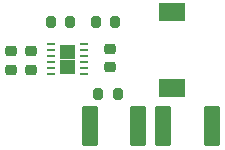
<source format=gbr>
%TF.GenerationSoftware,KiCad,Pcbnew,9.0.2*%
%TF.CreationDate,2025-09-11T23:54:02+05:30*%
%TF.ProjectId,DC_BUCK_CONVERTER,44435f42-5543-44b5-9f43-4f4e56455254,rev?*%
%TF.SameCoordinates,Original*%
%TF.FileFunction,Paste,Top*%
%TF.FilePolarity,Positive*%
%FSLAX46Y46*%
G04 Gerber Fmt 4.6, Leading zero omitted, Abs format (unit mm)*
G04 Created by KiCad (PCBNEW 9.0.2) date 2025-09-11 23:54:02*
%MOMM*%
%LPD*%
G01*
G04 APERTURE LIST*
G04 Aperture macros list*
%AMRoundRect*
0 Rectangle with rounded corners*
0 $1 Rounding radius*
0 $2 $3 $4 $5 $6 $7 $8 $9 X,Y pos of 4 corners*
0 Add a 4 corners polygon primitive as box body*
4,1,4,$2,$3,$4,$5,$6,$7,$8,$9,$2,$3,0*
0 Add four circle primitives for the rounded corners*
1,1,$1+$1,$2,$3*
1,1,$1+$1,$4,$5*
1,1,$1+$1,$6,$7*
1,1,$1+$1,$8,$9*
0 Add four rect primitives between the rounded corners*
20,1,$1+$1,$2,$3,$4,$5,0*
20,1,$1+$1,$4,$5,$6,$7,0*
20,1,$1+$1,$6,$7,$8,$9,0*
20,1,$1+$1,$8,$9,$2,$3,0*%
G04 Aperture macros list end*
%ADD10C,0.010000*%
%ADD11RoundRect,0.200000X-0.200000X-0.275000X0.200000X-0.275000X0.200000X0.275000X-0.200000X0.275000X0*%
%ADD12R,2.200000X1.500000*%
%ADD13RoundRect,0.249999X0.450001X1.450001X-0.450001X1.450001X-0.450001X-1.450001X0.450001X-1.450001X0*%
%ADD14RoundRect,0.050000X0.260000X0.075000X-0.260000X0.075000X-0.260000X-0.075000X0.260000X-0.075000X0*%
%ADD15RoundRect,0.225000X-0.250000X0.225000X-0.250000X-0.225000X0.250000X-0.225000X0.250000X0.225000X0*%
%ADD16RoundRect,0.249999X-0.450001X-1.450001X0.450001X-1.450001X0.450001X1.450001X-0.450001X1.450001X0*%
G04 APERTURE END LIST*
D10*
%TO.C,U1*%
X157763000Y-82151000D02*
X157765000Y-82151000D01*
X157768000Y-82152000D01*
X157770000Y-82152000D01*
X157773000Y-82153000D01*
X157775000Y-82154000D01*
X157778000Y-82155000D01*
X157780000Y-82157000D01*
X157782000Y-82158000D01*
X157784000Y-82160000D01*
X157786000Y-82161000D01*
X157788000Y-82163000D01*
X157790000Y-82165000D01*
X157792000Y-82167000D01*
X157794000Y-82169000D01*
X157795000Y-82171000D01*
X157797000Y-82173000D01*
X157798000Y-82175000D01*
X157800000Y-82177000D01*
X157801000Y-82180000D01*
X157802000Y-82182000D01*
X157803000Y-82185000D01*
X157803000Y-82187000D01*
X157804000Y-82190000D01*
X157804000Y-82192000D01*
X157805000Y-82195000D01*
X157805000Y-82197000D01*
X157805000Y-82200000D01*
X157805000Y-83200000D01*
X157805000Y-83203000D01*
X157805000Y-83205000D01*
X157804000Y-83208000D01*
X157804000Y-83210000D01*
X157803000Y-83213000D01*
X157803000Y-83215000D01*
X157802000Y-83218000D01*
X157801000Y-83220000D01*
X157800000Y-83223000D01*
X157798000Y-83225000D01*
X157797000Y-83227000D01*
X157795000Y-83229000D01*
X157794000Y-83231000D01*
X157792000Y-83233000D01*
X157790000Y-83235000D01*
X157788000Y-83237000D01*
X157786000Y-83239000D01*
X157784000Y-83240000D01*
X157782000Y-83242000D01*
X157780000Y-83243000D01*
X157778000Y-83245000D01*
X157775000Y-83246000D01*
X157773000Y-83247000D01*
X157770000Y-83248000D01*
X157768000Y-83248000D01*
X157765000Y-83249000D01*
X157763000Y-83249000D01*
X157760000Y-83250000D01*
X157758000Y-83250000D01*
X157755000Y-83250000D01*
X156645000Y-83250000D01*
X156642000Y-83250000D01*
X156640000Y-83250000D01*
X156637000Y-83249000D01*
X156635000Y-83249000D01*
X156632000Y-83248000D01*
X156630000Y-83248000D01*
X156627000Y-83247000D01*
X156625000Y-83246000D01*
X156622000Y-83245000D01*
X156620000Y-83243000D01*
X156618000Y-83242000D01*
X156616000Y-83240000D01*
X156614000Y-83239000D01*
X156612000Y-83237000D01*
X156610000Y-83235000D01*
X156608000Y-83233000D01*
X156606000Y-83231000D01*
X156605000Y-83229000D01*
X156603000Y-83227000D01*
X156602000Y-83225000D01*
X156600000Y-83223000D01*
X156599000Y-83220000D01*
X156598000Y-83218000D01*
X156597000Y-83215000D01*
X156597000Y-83213000D01*
X156596000Y-83210000D01*
X156596000Y-83208000D01*
X156595000Y-83205000D01*
X156595000Y-83203000D01*
X156595000Y-83200000D01*
X156595000Y-82200000D01*
X156595000Y-82197000D01*
X156595000Y-82195000D01*
X156596000Y-82192000D01*
X156596000Y-82190000D01*
X156597000Y-82187000D01*
X156597000Y-82185000D01*
X156598000Y-82182000D01*
X156599000Y-82180000D01*
X156600000Y-82177000D01*
X156602000Y-82175000D01*
X156603000Y-82173000D01*
X156605000Y-82171000D01*
X156606000Y-82169000D01*
X156608000Y-82167000D01*
X156610000Y-82165000D01*
X156612000Y-82163000D01*
X156614000Y-82161000D01*
X156616000Y-82160000D01*
X156618000Y-82158000D01*
X156620000Y-82157000D01*
X156622000Y-82155000D01*
X156625000Y-82154000D01*
X156627000Y-82153000D01*
X156630000Y-82152000D01*
X156632000Y-82152000D01*
X156635000Y-82151000D01*
X156637000Y-82151000D01*
X156640000Y-82150000D01*
X156642000Y-82150000D01*
X156645000Y-82150000D01*
X157755000Y-82150000D01*
X157758000Y-82150000D01*
X157760000Y-82150000D01*
X157763000Y-82151000D01*
G36*
X157763000Y-82151000D02*
G01*
X157765000Y-82151000D01*
X157768000Y-82152000D01*
X157770000Y-82152000D01*
X157773000Y-82153000D01*
X157775000Y-82154000D01*
X157778000Y-82155000D01*
X157780000Y-82157000D01*
X157782000Y-82158000D01*
X157784000Y-82160000D01*
X157786000Y-82161000D01*
X157788000Y-82163000D01*
X157790000Y-82165000D01*
X157792000Y-82167000D01*
X157794000Y-82169000D01*
X157795000Y-82171000D01*
X157797000Y-82173000D01*
X157798000Y-82175000D01*
X157800000Y-82177000D01*
X157801000Y-82180000D01*
X157802000Y-82182000D01*
X157803000Y-82185000D01*
X157803000Y-82187000D01*
X157804000Y-82190000D01*
X157804000Y-82192000D01*
X157805000Y-82195000D01*
X157805000Y-82197000D01*
X157805000Y-82200000D01*
X157805000Y-83200000D01*
X157805000Y-83203000D01*
X157805000Y-83205000D01*
X157804000Y-83208000D01*
X157804000Y-83210000D01*
X157803000Y-83213000D01*
X157803000Y-83215000D01*
X157802000Y-83218000D01*
X157801000Y-83220000D01*
X157800000Y-83223000D01*
X157798000Y-83225000D01*
X157797000Y-83227000D01*
X157795000Y-83229000D01*
X157794000Y-83231000D01*
X157792000Y-83233000D01*
X157790000Y-83235000D01*
X157788000Y-83237000D01*
X157786000Y-83239000D01*
X157784000Y-83240000D01*
X157782000Y-83242000D01*
X157780000Y-83243000D01*
X157778000Y-83245000D01*
X157775000Y-83246000D01*
X157773000Y-83247000D01*
X157770000Y-83248000D01*
X157768000Y-83248000D01*
X157765000Y-83249000D01*
X157763000Y-83249000D01*
X157760000Y-83250000D01*
X157758000Y-83250000D01*
X157755000Y-83250000D01*
X156645000Y-83250000D01*
X156642000Y-83250000D01*
X156640000Y-83250000D01*
X156637000Y-83249000D01*
X156635000Y-83249000D01*
X156632000Y-83248000D01*
X156630000Y-83248000D01*
X156627000Y-83247000D01*
X156625000Y-83246000D01*
X156622000Y-83245000D01*
X156620000Y-83243000D01*
X156618000Y-83242000D01*
X156616000Y-83240000D01*
X156614000Y-83239000D01*
X156612000Y-83237000D01*
X156610000Y-83235000D01*
X156608000Y-83233000D01*
X156606000Y-83231000D01*
X156605000Y-83229000D01*
X156603000Y-83227000D01*
X156602000Y-83225000D01*
X156600000Y-83223000D01*
X156599000Y-83220000D01*
X156598000Y-83218000D01*
X156597000Y-83215000D01*
X156597000Y-83213000D01*
X156596000Y-83210000D01*
X156596000Y-83208000D01*
X156595000Y-83205000D01*
X156595000Y-83203000D01*
X156595000Y-83200000D01*
X156595000Y-82200000D01*
X156595000Y-82197000D01*
X156595000Y-82195000D01*
X156596000Y-82192000D01*
X156596000Y-82190000D01*
X156597000Y-82187000D01*
X156597000Y-82185000D01*
X156598000Y-82182000D01*
X156599000Y-82180000D01*
X156600000Y-82177000D01*
X156602000Y-82175000D01*
X156603000Y-82173000D01*
X156605000Y-82171000D01*
X156606000Y-82169000D01*
X156608000Y-82167000D01*
X156610000Y-82165000D01*
X156612000Y-82163000D01*
X156614000Y-82161000D01*
X156616000Y-82160000D01*
X156618000Y-82158000D01*
X156620000Y-82157000D01*
X156622000Y-82155000D01*
X156625000Y-82154000D01*
X156627000Y-82153000D01*
X156630000Y-82152000D01*
X156632000Y-82152000D01*
X156635000Y-82151000D01*
X156637000Y-82151000D01*
X156640000Y-82150000D01*
X156642000Y-82150000D01*
X156645000Y-82150000D01*
X157755000Y-82150000D01*
X157758000Y-82150000D01*
X157760000Y-82150000D01*
X157763000Y-82151000D01*
G37*
X157763000Y-80851000D02*
X157765000Y-80851000D01*
X157768000Y-80852000D01*
X157770000Y-80852000D01*
X157773000Y-80853000D01*
X157775000Y-80854000D01*
X157778000Y-80855000D01*
X157780000Y-80857000D01*
X157782000Y-80858000D01*
X157784000Y-80860000D01*
X157786000Y-80861000D01*
X157788000Y-80863000D01*
X157790000Y-80865000D01*
X157792000Y-80867000D01*
X157794000Y-80869000D01*
X157795000Y-80871000D01*
X157797000Y-80873000D01*
X157798000Y-80875000D01*
X157800000Y-80877000D01*
X157801000Y-80880000D01*
X157802000Y-80882000D01*
X157803000Y-80885000D01*
X157803000Y-80887000D01*
X157804000Y-80890000D01*
X157804000Y-80892000D01*
X157805000Y-80895000D01*
X157805000Y-80897000D01*
X157805000Y-80900000D01*
X157805000Y-81900000D01*
X157805000Y-81903000D01*
X157805000Y-81905000D01*
X157804000Y-81908000D01*
X157804000Y-81910000D01*
X157803000Y-81913000D01*
X157803000Y-81915000D01*
X157802000Y-81918000D01*
X157801000Y-81920000D01*
X157800000Y-81923000D01*
X157798000Y-81925000D01*
X157797000Y-81927000D01*
X157795000Y-81929000D01*
X157794000Y-81931000D01*
X157792000Y-81933000D01*
X157790000Y-81935000D01*
X157788000Y-81937000D01*
X157786000Y-81939000D01*
X157784000Y-81940000D01*
X157782000Y-81942000D01*
X157780000Y-81943000D01*
X157778000Y-81945000D01*
X157775000Y-81946000D01*
X157773000Y-81947000D01*
X157770000Y-81948000D01*
X157768000Y-81948000D01*
X157765000Y-81949000D01*
X157763000Y-81949000D01*
X157760000Y-81950000D01*
X157758000Y-81950000D01*
X157755000Y-81950000D01*
X156645000Y-81950000D01*
X156642000Y-81950000D01*
X156640000Y-81950000D01*
X156637000Y-81949000D01*
X156635000Y-81949000D01*
X156632000Y-81948000D01*
X156630000Y-81948000D01*
X156627000Y-81947000D01*
X156625000Y-81946000D01*
X156622000Y-81945000D01*
X156620000Y-81943000D01*
X156618000Y-81942000D01*
X156616000Y-81940000D01*
X156614000Y-81939000D01*
X156612000Y-81937000D01*
X156610000Y-81935000D01*
X156608000Y-81933000D01*
X156606000Y-81931000D01*
X156605000Y-81929000D01*
X156603000Y-81927000D01*
X156602000Y-81925000D01*
X156600000Y-81923000D01*
X156599000Y-81920000D01*
X156598000Y-81918000D01*
X156597000Y-81915000D01*
X156597000Y-81913000D01*
X156596000Y-81910000D01*
X156596000Y-81908000D01*
X156595000Y-81905000D01*
X156595000Y-81903000D01*
X156595000Y-81900000D01*
X156595000Y-80900000D01*
X156595000Y-80897000D01*
X156595000Y-80895000D01*
X156596000Y-80892000D01*
X156596000Y-80890000D01*
X156597000Y-80887000D01*
X156597000Y-80885000D01*
X156598000Y-80882000D01*
X156599000Y-80880000D01*
X156600000Y-80877000D01*
X156602000Y-80875000D01*
X156603000Y-80873000D01*
X156605000Y-80871000D01*
X156606000Y-80869000D01*
X156608000Y-80867000D01*
X156610000Y-80865000D01*
X156612000Y-80863000D01*
X156614000Y-80861000D01*
X156616000Y-80860000D01*
X156618000Y-80858000D01*
X156620000Y-80857000D01*
X156622000Y-80855000D01*
X156625000Y-80854000D01*
X156627000Y-80853000D01*
X156630000Y-80852000D01*
X156632000Y-80852000D01*
X156635000Y-80851000D01*
X156637000Y-80851000D01*
X156640000Y-80850000D01*
X156642000Y-80850000D01*
X156645000Y-80850000D01*
X157755000Y-80850000D01*
X157758000Y-80850000D01*
X157760000Y-80850000D01*
X157763000Y-80851000D01*
G36*
X157763000Y-80851000D02*
G01*
X157765000Y-80851000D01*
X157768000Y-80852000D01*
X157770000Y-80852000D01*
X157773000Y-80853000D01*
X157775000Y-80854000D01*
X157778000Y-80855000D01*
X157780000Y-80857000D01*
X157782000Y-80858000D01*
X157784000Y-80860000D01*
X157786000Y-80861000D01*
X157788000Y-80863000D01*
X157790000Y-80865000D01*
X157792000Y-80867000D01*
X157794000Y-80869000D01*
X157795000Y-80871000D01*
X157797000Y-80873000D01*
X157798000Y-80875000D01*
X157800000Y-80877000D01*
X157801000Y-80880000D01*
X157802000Y-80882000D01*
X157803000Y-80885000D01*
X157803000Y-80887000D01*
X157804000Y-80890000D01*
X157804000Y-80892000D01*
X157805000Y-80895000D01*
X157805000Y-80897000D01*
X157805000Y-80900000D01*
X157805000Y-81900000D01*
X157805000Y-81903000D01*
X157805000Y-81905000D01*
X157804000Y-81908000D01*
X157804000Y-81910000D01*
X157803000Y-81913000D01*
X157803000Y-81915000D01*
X157802000Y-81918000D01*
X157801000Y-81920000D01*
X157800000Y-81923000D01*
X157798000Y-81925000D01*
X157797000Y-81927000D01*
X157795000Y-81929000D01*
X157794000Y-81931000D01*
X157792000Y-81933000D01*
X157790000Y-81935000D01*
X157788000Y-81937000D01*
X157786000Y-81939000D01*
X157784000Y-81940000D01*
X157782000Y-81942000D01*
X157780000Y-81943000D01*
X157778000Y-81945000D01*
X157775000Y-81946000D01*
X157773000Y-81947000D01*
X157770000Y-81948000D01*
X157768000Y-81948000D01*
X157765000Y-81949000D01*
X157763000Y-81949000D01*
X157760000Y-81950000D01*
X157758000Y-81950000D01*
X157755000Y-81950000D01*
X156645000Y-81950000D01*
X156642000Y-81950000D01*
X156640000Y-81950000D01*
X156637000Y-81949000D01*
X156635000Y-81949000D01*
X156632000Y-81948000D01*
X156630000Y-81948000D01*
X156627000Y-81947000D01*
X156625000Y-81946000D01*
X156622000Y-81945000D01*
X156620000Y-81943000D01*
X156618000Y-81942000D01*
X156616000Y-81940000D01*
X156614000Y-81939000D01*
X156612000Y-81937000D01*
X156610000Y-81935000D01*
X156608000Y-81933000D01*
X156606000Y-81931000D01*
X156605000Y-81929000D01*
X156603000Y-81927000D01*
X156602000Y-81925000D01*
X156600000Y-81923000D01*
X156599000Y-81920000D01*
X156598000Y-81918000D01*
X156597000Y-81915000D01*
X156597000Y-81913000D01*
X156596000Y-81910000D01*
X156596000Y-81908000D01*
X156595000Y-81905000D01*
X156595000Y-81903000D01*
X156595000Y-81900000D01*
X156595000Y-80900000D01*
X156595000Y-80897000D01*
X156595000Y-80895000D01*
X156596000Y-80892000D01*
X156596000Y-80890000D01*
X156597000Y-80887000D01*
X156597000Y-80885000D01*
X156598000Y-80882000D01*
X156599000Y-80880000D01*
X156600000Y-80877000D01*
X156602000Y-80875000D01*
X156603000Y-80873000D01*
X156605000Y-80871000D01*
X156606000Y-80869000D01*
X156608000Y-80867000D01*
X156610000Y-80865000D01*
X156612000Y-80863000D01*
X156614000Y-80861000D01*
X156616000Y-80860000D01*
X156618000Y-80858000D01*
X156620000Y-80857000D01*
X156622000Y-80855000D01*
X156625000Y-80854000D01*
X156627000Y-80853000D01*
X156630000Y-80852000D01*
X156632000Y-80852000D01*
X156635000Y-80851000D01*
X156637000Y-80851000D01*
X156640000Y-80850000D01*
X156642000Y-80850000D01*
X156645000Y-80850000D01*
X157755000Y-80850000D01*
X157758000Y-80850000D01*
X157760000Y-80850000D01*
X157763000Y-80851000D01*
G37*
%TD*%
D11*
%TO.C,Rt1*%
X159625000Y-78900000D03*
X161275000Y-78900000D03*
%TD*%
D12*
%TO.C,L1*%
X166100000Y-78100000D03*
X166100000Y-84500000D03*
%TD*%
D13*
%TO.C,Cout1*%
X163200000Y-87750000D03*
X159100000Y-87750000D03*
%TD*%
D11*
%TO.C,Rfbb1*%
X155825000Y-78900000D03*
X157475000Y-78900000D03*
%TD*%
D14*
%TO.C,U1*%
X158590000Y-83300000D03*
X158590000Y-82800000D03*
X158590000Y-82300000D03*
X158590000Y-81800000D03*
X158590000Y-81300000D03*
X158590000Y-80800000D03*
X155810000Y-80800000D03*
X155810000Y-81300000D03*
X155810000Y-81800000D03*
X155810000Y-82300000D03*
X155810000Y-82800000D03*
X155810000Y-83300000D03*
%TD*%
D11*
%TO.C,Rfbt1*%
X159825000Y-85000000D03*
X161475000Y-85000000D03*
%TD*%
D15*
%TO.C,Cin1*%
X152450000Y-81400000D03*
X152450000Y-82950000D03*
%TD*%
D16*
%TO.C,Cout2*%
X165350000Y-87700000D03*
X169450000Y-87700000D03*
%TD*%
D15*
%TO.C,Cin2*%
X154150000Y-81400000D03*
X154150000Y-82950000D03*
%TD*%
%TO.C,Cboot1*%
X160850000Y-81175000D03*
X160850000Y-82725000D03*
%TD*%
M02*

</source>
